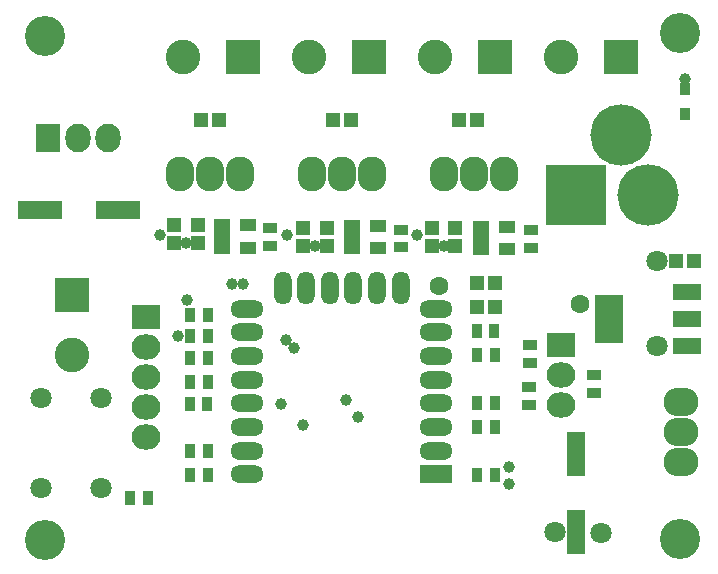
<source format=gbr>
G04 #@! TF.FileFunction,Soldermask,Top*
%FSLAX46Y46*%
G04 Gerber Fmt 4.6, Leading zero omitted, Abs format (unit mm)*
G04 Created by KiCad (PCBNEW (2015-09-03 BZR 6154)-product) date 2015 September 07, Monday 13:00:52*
%MOMM*%
G01*
G04 APERTURE LIST*
%ADD10C,0.100000*%
%ADD11R,1.598880X3.795980*%
%ADD12R,1.200000X1.150000*%
%ADD13R,1.150000X1.200000*%
%ADD14R,3.795980X1.598880*%
%ADD15C,5.200600*%
%ADD16R,5.200600X5.200600*%
%ADD17R,1.197560X1.197560*%
%ADD18R,2.940000X2.940000*%
%ADD19C,2.940000*%
%ADD20R,2.432000X2.127200*%
%ADD21O,2.432000X2.127200*%
%ADD22R,2.127200X2.432000*%
%ADD23O,2.127200X2.432000*%
%ADD24O,2.432000X2.940000*%
%ADD25R,0.900000X1.300000*%
%ADD26R,1.300000X0.900000*%
%ADD27C,1.797000*%
%ADD28O,1.500000X2.800000*%
%ADD29R,2.800000X1.500000*%
%ADD30O,2.800000X1.500000*%
%ADD31R,1.460000X1.050000*%
%ADD32C,3.399740*%
%ADD33R,2.432000X4.057600*%
%ADD34R,2.432000X1.416000*%
%ADD35O,2.940000X2.432000*%
%ADD36R,0.850000X0.990000*%
%ADD37C,1.000000*%
%ADD38C,1.800000*%
%ADD39C,1.600000*%
G04 APERTURE END LIST*
D10*
D11*
X202438000Y-117441980D03*
X202438000Y-110794800D03*
D12*
X210933600Y-94437200D03*
X212433600Y-94437200D03*
X195555300Y-96304100D03*
X194055300Y-96304100D03*
D13*
X192214500Y-93206000D03*
X192214500Y-91706000D03*
X181356000Y-93206000D03*
X181356000Y-91706000D03*
X168402000Y-92940000D03*
X168402000Y-91440000D03*
X190246000Y-93206000D03*
X190246000Y-91706000D03*
X179324000Y-93206000D03*
X179324000Y-91706000D03*
X170434000Y-92952000D03*
X170434000Y-91452000D03*
D12*
X192556000Y-82550000D03*
X194056000Y-82550000D03*
X181864000Y-82550000D03*
X183364000Y-82550000D03*
X170700000Y-82550000D03*
X172200000Y-82550000D03*
D14*
X163669980Y-90170000D03*
X157022800Y-90170000D03*
D15*
X208534000Y-88900000D03*
D16*
X202438000Y-88900000D03*
D15*
X206248000Y-83820000D03*
D17*
X194056000Y-98336100D03*
X195554600Y-98336100D03*
D18*
X159766000Y-97345500D03*
D19*
X159766000Y-102425500D03*
D18*
X206248000Y-77216000D03*
D19*
X201168000Y-77216000D03*
D20*
X166065200Y-99187000D03*
D21*
X166065200Y-101727000D03*
X166065200Y-104267000D03*
X166065200Y-106807000D03*
X166065200Y-109347000D03*
D20*
X201168000Y-101600000D03*
D21*
X201168000Y-104140000D03*
X201168000Y-106680000D03*
D22*
X157734000Y-84074000D03*
D23*
X160274000Y-84074000D03*
X162814000Y-84074000D03*
D18*
X195580000Y-77216000D03*
D19*
X190500000Y-77216000D03*
D18*
X184912000Y-77216000D03*
D19*
X179832000Y-77216000D03*
D18*
X174244000Y-77216000D03*
D19*
X169164000Y-77216000D03*
D24*
X193802000Y-87122000D03*
X196342000Y-87122000D03*
X191262000Y-87122000D03*
X182626000Y-87122000D03*
X185166000Y-87122000D03*
X180086000Y-87122000D03*
X171450000Y-87122000D03*
X173990000Y-87122000D03*
X168910000Y-87122000D03*
D25*
X169785600Y-100838000D03*
X171285600Y-100838000D03*
X169746800Y-99009200D03*
X171246800Y-99009200D03*
X169747500Y-104686100D03*
X171247500Y-104686100D03*
X169747500Y-110528100D03*
X171247500Y-110528100D03*
X169747500Y-112560100D03*
X171247500Y-112560100D03*
X164710680Y-114498120D03*
X166210680Y-114498120D03*
X195555300Y-106464100D03*
X194055300Y-106464100D03*
X194055300Y-112560100D03*
X195555300Y-112560100D03*
X195543300Y-100368100D03*
X194043300Y-100368100D03*
X195555300Y-102400100D03*
X194055300Y-102400100D03*
X195567300Y-108496100D03*
X194067300Y-108496100D03*
D26*
X203962000Y-104152000D03*
X203962000Y-105652000D03*
X198602600Y-91858400D03*
X198602600Y-93358400D03*
X187604400Y-91807600D03*
X187604400Y-93307600D03*
X176504600Y-91680600D03*
X176504600Y-93180600D03*
D27*
X162242500Y-113665000D03*
X157162500Y-113665000D03*
X162242500Y-106045000D03*
X157162500Y-106045000D03*
D28*
X187600500Y-96769899D03*
X185600500Y-96769899D03*
X183600500Y-96769899D03*
X181600500Y-96769899D03*
X179600500Y-96769899D03*
X177600500Y-96769899D03*
D29*
X190590500Y-112519899D03*
D30*
X190590500Y-110519899D03*
X190590500Y-108519899D03*
X190590500Y-106519899D03*
X190590500Y-104519899D03*
X190590500Y-102519899D03*
X190590500Y-100519899D03*
X190590500Y-98519899D03*
X174590500Y-98519899D03*
X174590500Y-100519899D03*
X174590500Y-102519899D03*
X174590500Y-104519899D03*
X174590500Y-106519899D03*
X174590500Y-108519899D03*
X174590500Y-110519899D03*
X174590500Y-112519899D03*
D31*
X194396000Y-91569500D03*
X194396000Y-92519500D03*
X194396000Y-93469500D03*
X196596000Y-93469500D03*
X196596000Y-91569500D03*
X183474000Y-91506000D03*
X183474000Y-92456000D03*
X183474000Y-93406000D03*
X185674000Y-93406000D03*
X185674000Y-91506000D03*
X172466000Y-91440000D03*
X172466000Y-92390000D03*
X172466000Y-93340000D03*
X174666000Y-93340000D03*
X174666000Y-91440000D03*
D32*
X211277200Y-118008400D03*
X157480000Y-75438000D03*
X157480000Y-118110000D03*
X211277200Y-75184000D03*
D33*
X205206600Y-99364800D03*
D34*
X211810600Y-99364800D03*
X211810600Y-97078800D03*
X211810600Y-101650800D03*
D35*
X211328000Y-108966000D03*
X211328000Y-106426000D03*
X211328000Y-111506000D03*
D25*
X169734800Y-106553000D03*
X171234800Y-106553000D03*
X169785600Y-102717600D03*
X171285600Y-102717600D03*
D36*
X211658200Y-82030200D03*
X211658200Y-79920200D03*
D26*
X198526400Y-101612000D03*
X198526400Y-103112000D03*
X198501000Y-105168000D03*
X198501000Y-106668000D03*
D37*
X183951880Y-107640120D03*
X182976520Y-106255919D03*
X178572160Y-101851559D03*
X177878641Y-101158040D03*
X169519600Y-97790000D03*
X191262000Y-93167200D03*
X169444924Y-92940000D03*
X180319516Y-93206000D03*
X173329600Y-96443800D03*
X174269400Y-96418400D03*
D38*
X204597000Y-117475000D03*
X200703180Y-117441980D03*
X209270600Y-94488000D03*
X209270600Y-101625400D03*
D37*
X188966420Y-92278200D03*
X177983136Y-92278200D03*
X167182800Y-92278200D03*
X168757600Y-100812600D03*
D39*
X190804800Y-96545400D03*
X202819000Y-98145600D03*
D37*
X211658200Y-79070200D03*
X177495200Y-106603800D03*
X179324000Y-108331000D03*
X196799200Y-113334800D03*
X196799200Y-111887000D03*
M02*

</source>
